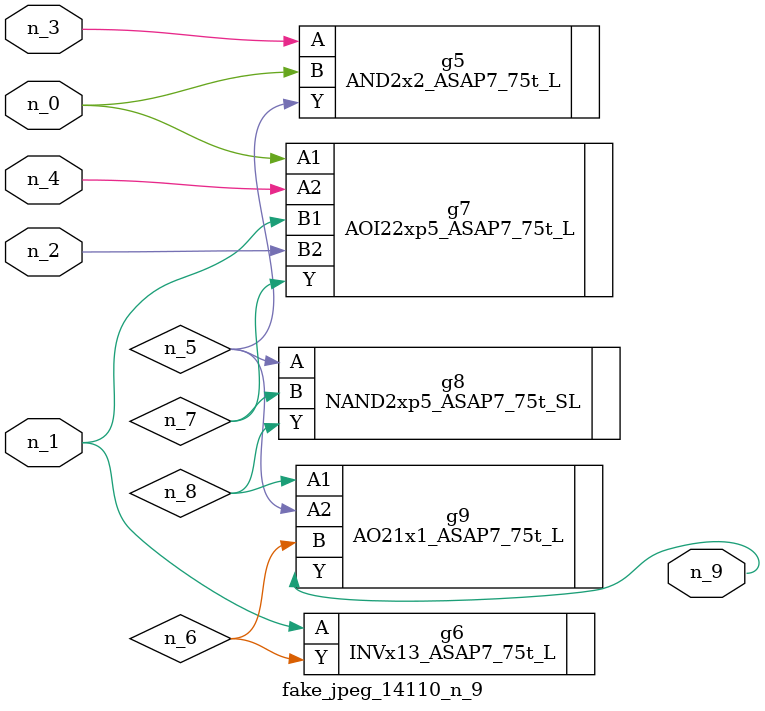
<source format=v>
module fake_jpeg_14110_n_9 (n_3, n_2, n_1, n_0, n_4, n_9);

input n_3;
input n_2;
input n_1;
input n_0;
input n_4;

output n_9;

wire n_8;
wire n_6;
wire n_5;
wire n_7;

AND2x2_ASAP7_75t_L g5 ( 
.A(n_3),
.B(n_0),
.Y(n_5)
);

INVx13_ASAP7_75t_L g6 ( 
.A(n_1),
.Y(n_6)
);

AOI22xp5_ASAP7_75t_L g7 ( 
.A1(n_0),
.A2(n_4),
.B1(n_1),
.B2(n_2),
.Y(n_7)
);

NAND2xp5_ASAP7_75t_SL g8 ( 
.A(n_5),
.B(n_7),
.Y(n_8)
);

AO21x1_ASAP7_75t_L g9 ( 
.A1(n_8),
.A2(n_5),
.B(n_6),
.Y(n_9)
);


endmodule
</source>
